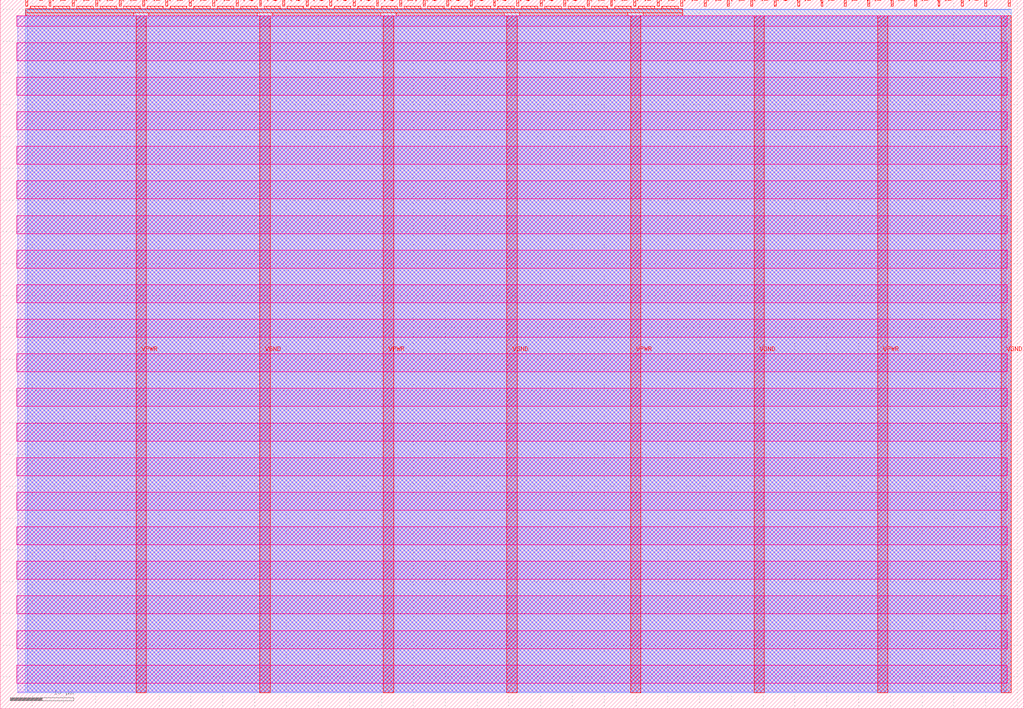
<source format=lef>
VERSION 5.7 ;
  NOWIREEXTENSIONATPIN ON ;
  DIVIDERCHAR "/" ;
  BUSBITCHARS "[]" ;
MACRO tt_um_bomba1
  CLASS BLOCK ;
  FOREIGN tt_um_bomba1 ;
  ORIGIN 0.000 0.000 ;
  SIZE 161.000 BY 111.520 ;
  PIN VGND
    DIRECTION INOUT ;
    USE GROUND ;
    PORT
      LAYER met4 ;
        RECT 40.830 2.480 42.430 109.040 ;
    END
    PORT
      LAYER met4 ;
        RECT 79.700 2.480 81.300 109.040 ;
    END
    PORT
      LAYER met4 ;
        RECT 118.570 2.480 120.170 109.040 ;
    END
    PORT
      LAYER met4 ;
        RECT 157.440 2.480 159.040 109.040 ;
    END
  END VGND
  PIN VPWR
    DIRECTION INOUT ;
    USE POWER ;
    PORT
      LAYER met4 ;
        RECT 21.395 2.480 22.995 109.040 ;
    END
    PORT
      LAYER met4 ;
        RECT 60.265 2.480 61.865 109.040 ;
    END
    PORT
      LAYER met4 ;
        RECT 99.135 2.480 100.735 109.040 ;
    END
    PORT
      LAYER met4 ;
        RECT 138.005 2.480 139.605 109.040 ;
    END
  END VPWR
  PIN clk
    DIRECTION INPUT ;
    USE SIGNAL ;
    PORT
      LAYER met4 ;
        RECT 154.870 110.520 155.170 111.520 ;
    END
  END clk
  PIN ena
    DIRECTION INPUT ;
    USE SIGNAL ;
    PORT
      LAYER met4 ;
        RECT 158.550 110.520 158.850 111.520 ;
    END
  END ena
  PIN rst_n
    DIRECTION INPUT ;
    USE SIGNAL ;
    PORT
      LAYER met4 ;
        RECT 151.190 110.520 151.490 111.520 ;
    END
  END rst_n
  PIN ui_in[0]
    DIRECTION INPUT ;
    USE SIGNAL ;
    PORT
      LAYER met4 ;
        RECT 147.510 110.520 147.810 111.520 ;
    END
  END ui_in[0]
  PIN ui_in[1]
    DIRECTION INPUT ;
    USE SIGNAL ;
    PORT
      LAYER met4 ;
        RECT 143.830 110.520 144.130 111.520 ;
    END
  END ui_in[1]
  PIN ui_in[2]
    DIRECTION INPUT ;
    USE SIGNAL ;
    PORT
      LAYER met4 ;
        RECT 140.150 110.520 140.450 111.520 ;
    END
  END ui_in[2]
  PIN ui_in[3]
    DIRECTION INPUT ;
    USE SIGNAL ;
    PORT
      LAYER met4 ;
        RECT 136.470 110.520 136.770 111.520 ;
    END
  END ui_in[3]
  PIN ui_in[4]
    DIRECTION INPUT ;
    USE SIGNAL ;
    PORT
      LAYER met4 ;
        RECT 132.790 110.520 133.090 111.520 ;
    END
  END ui_in[4]
  PIN ui_in[5]
    DIRECTION INPUT ;
    USE SIGNAL ;
    PORT
      LAYER met4 ;
        RECT 129.110 110.520 129.410 111.520 ;
    END
  END ui_in[5]
  PIN ui_in[6]
    DIRECTION INPUT ;
    USE SIGNAL ;
    PORT
      LAYER met4 ;
        RECT 125.430 110.520 125.730 111.520 ;
    END
  END ui_in[6]
  PIN ui_in[7]
    DIRECTION INPUT ;
    USE SIGNAL ;
    PORT
      LAYER met4 ;
        RECT 121.750 110.520 122.050 111.520 ;
    END
  END ui_in[7]
  PIN uio_in[0]
    DIRECTION INPUT ;
    USE SIGNAL ;
    PORT
      LAYER met4 ;
        RECT 118.070 110.520 118.370 111.520 ;
    END
  END uio_in[0]
  PIN uio_in[1]
    DIRECTION INPUT ;
    USE SIGNAL ;
    PORT
      LAYER met4 ;
        RECT 114.390 110.520 114.690 111.520 ;
    END
  END uio_in[1]
  PIN uio_in[2]
    DIRECTION INPUT ;
    USE SIGNAL ;
    PORT
      LAYER met4 ;
        RECT 110.710 110.520 111.010 111.520 ;
    END
  END uio_in[2]
  PIN uio_in[3]
    DIRECTION INPUT ;
    USE SIGNAL ;
    ANTENNAGATEAREA 0.196500 ;
    PORT
      LAYER met4 ;
        RECT 107.030 110.520 107.330 111.520 ;
    END
  END uio_in[3]
  PIN uio_in[4]
    DIRECTION INPUT ;
    USE SIGNAL ;
    ANTENNAGATEAREA 0.196500 ;
    PORT
      LAYER met4 ;
        RECT 103.350 110.520 103.650 111.520 ;
    END
  END uio_in[4]
  PIN uio_in[5]
    DIRECTION INPUT ;
    USE SIGNAL ;
    ANTENNAGATEAREA 0.196500 ;
    PORT
      LAYER met4 ;
        RECT 99.670 110.520 99.970 111.520 ;
    END
  END uio_in[5]
  PIN uio_in[6]
    DIRECTION INPUT ;
    USE SIGNAL ;
    ANTENNAGATEAREA 0.196500 ;
    PORT
      LAYER met4 ;
        RECT 95.990 110.520 96.290 111.520 ;
    END
  END uio_in[6]
  PIN uio_in[7]
    DIRECTION INPUT ;
    USE SIGNAL ;
    ANTENNAGATEAREA 0.196500 ;
    PORT
      LAYER met4 ;
        RECT 92.310 110.520 92.610 111.520 ;
    END
  END uio_in[7]
  PIN uio_oe[0]
    DIRECTION OUTPUT TRISTATE ;
    USE SIGNAL ;
    PORT
      LAYER met4 ;
        RECT 29.750 110.520 30.050 111.520 ;
    END
  END uio_oe[0]
  PIN uio_oe[1]
    DIRECTION OUTPUT TRISTATE ;
    USE SIGNAL ;
    PORT
      LAYER met4 ;
        RECT 26.070 110.520 26.370 111.520 ;
    END
  END uio_oe[1]
  PIN uio_oe[2]
    DIRECTION OUTPUT TRISTATE ;
    USE SIGNAL ;
    PORT
      LAYER met4 ;
        RECT 22.390 110.520 22.690 111.520 ;
    END
  END uio_oe[2]
  PIN uio_oe[3]
    DIRECTION OUTPUT TRISTATE ;
    USE SIGNAL ;
    PORT
      LAYER met4 ;
        RECT 18.710 110.520 19.010 111.520 ;
    END
  END uio_oe[3]
  PIN uio_oe[4]
    DIRECTION OUTPUT TRISTATE ;
    USE SIGNAL ;
    PORT
      LAYER met4 ;
        RECT 15.030 110.520 15.330 111.520 ;
    END
  END uio_oe[4]
  PIN uio_oe[5]
    DIRECTION OUTPUT TRISTATE ;
    USE SIGNAL ;
    PORT
      LAYER met4 ;
        RECT 11.350 110.520 11.650 111.520 ;
    END
  END uio_oe[5]
  PIN uio_oe[6]
    DIRECTION OUTPUT TRISTATE ;
    USE SIGNAL ;
    PORT
      LAYER met4 ;
        RECT 7.670 110.520 7.970 111.520 ;
    END
  END uio_oe[6]
  PIN uio_oe[7]
    DIRECTION OUTPUT TRISTATE ;
    USE SIGNAL ;
    PORT
      LAYER met4 ;
        RECT 3.990 110.520 4.290 111.520 ;
    END
  END uio_oe[7]
  PIN uio_out[0]
    DIRECTION OUTPUT TRISTATE ;
    USE SIGNAL ;
    ANTENNADIFFAREA 0.445500 ;
    PORT
      LAYER met4 ;
        RECT 59.190 110.520 59.490 111.520 ;
    END
  END uio_out[0]
  PIN uio_out[1]
    DIRECTION OUTPUT TRISTATE ;
    USE SIGNAL ;
    ANTENNADIFFAREA 0.445500 ;
    PORT
      LAYER met4 ;
        RECT 55.510 110.520 55.810 111.520 ;
    END
  END uio_out[1]
  PIN uio_out[2]
    DIRECTION OUTPUT TRISTATE ;
    USE SIGNAL ;
    PORT
      LAYER met4 ;
        RECT 51.830 110.520 52.130 111.520 ;
    END
  END uio_out[2]
  PIN uio_out[3]
    DIRECTION OUTPUT TRISTATE ;
    USE SIGNAL ;
    PORT
      LAYER met4 ;
        RECT 48.150 110.520 48.450 111.520 ;
    END
  END uio_out[3]
  PIN uio_out[4]
    DIRECTION OUTPUT TRISTATE ;
    USE SIGNAL ;
    PORT
      LAYER met4 ;
        RECT 44.470 110.520 44.770 111.520 ;
    END
  END uio_out[4]
  PIN uio_out[5]
    DIRECTION OUTPUT TRISTATE ;
    USE SIGNAL ;
    PORT
      LAYER met4 ;
        RECT 40.790 110.520 41.090 111.520 ;
    END
  END uio_out[5]
  PIN uio_out[6]
    DIRECTION OUTPUT TRISTATE ;
    USE SIGNAL ;
    PORT
      LAYER met4 ;
        RECT 37.110 110.520 37.410 111.520 ;
    END
  END uio_out[6]
  PIN uio_out[7]
    DIRECTION OUTPUT TRISTATE ;
    USE SIGNAL ;
    PORT
      LAYER met4 ;
        RECT 33.430 110.520 33.730 111.520 ;
    END
  END uio_out[7]
  PIN uo_out[0]
    DIRECTION OUTPUT TRISTATE ;
    USE SIGNAL ;
    PORT
      LAYER met4 ;
        RECT 88.630 110.520 88.930 111.520 ;
    END
  END uo_out[0]
  PIN uo_out[1]
    DIRECTION OUTPUT TRISTATE ;
    USE SIGNAL ;
    PORT
      LAYER met4 ;
        RECT 84.950 110.520 85.250 111.520 ;
    END
  END uo_out[1]
  PIN uo_out[2]
    DIRECTION OUTPUT TRISTATE ;
    USE SIGNAL ;
    PORT
      LAYER met4 ;
        RECT 81.270 110.520 81.570 111.520 ;
    END
  END uo_out[2]
  PIN uo_out[3]
    DIRECTION OUTPUT TRISTATE ;
    USE SIGNAL ;
    PORT
      LAYER met4 ;
        RECT 77.590 110.520 77.890 111.520 ;
    END
  END uo_out[3]
  PIN uo_out[4]
    DIRECTION OUTPUT TRISTATE ;
    USE SIGNAL ;
    PORT
      LAYER met4 ;
        RECT 73.910 110.520 74.210 111.520 ;
    END
  END uo_out[4]
  PIN uo_out[5]
    DIRECTION OUTPUT TRISTATE ;
    USE SIGNAL ;
    PORT
      LAYER met4 ;
        RECT 70.230 110.520 70.530 111.520 ;
    END
  END uo_out[5]
  PIN uo_out[6]
    DIRECTION OUTPUT TRISTATE ;
    USE SIGNAL ;
    PORT
      LAYER met4 ;
        RECT 66.550 110.520 66.850 111.520 ;
    END
  END uo_out[6]
  PIN uo_out[7]
    DIRECTION OUTPUT TRISTATE ;
    USE SIGNAL ;
    PORT
      LAYER met4 ;
        RECT 62.870 110.520 63.170 111.520 ;
    END
  END uo_out[7]
  OBS
      LAYER nwell ;
        RECT 2.570 107.385 158.430 108.990 ;
        RECT 2.570 101.945 158.430 104.775 ;
        RECT 2.570 96.505 158.430 99.335 ;
        RECT 2.570 91.065 158.430 93.895 ;
        RECT 2.570 85.625 158.430 88.455 ;
        RECT 2.570 80.185 158.430 83.015 ;
        RECT 2.570 74.745 158.430 77.575 ;
        RECT 2.570 69.305 158.430 72.135 ;
        RECT 2.570 63.865 158.430 66.695 ;
        RECT 2.570 58.425 158.430 61.255 ;
        RECT 2.570 52.985 158.430 55.815 ;
        RECT 2.570 47.545 158.430 50.375 ;
        RECT 2.570 42.105 158.430 44.935 ;
        RECT 2.570 36.665 158.430 39.495 ;
        RECT 2.570 31.225 158.430 34.055 ;
        RECT 2.570 25.785 158.430 28.615 ;
        RECT 2.570 20.345 158.430 23.175 ;
        RECT 2.570 14.905 158.430 17.735 ;
        RECT 2.570 9.465 158.430 12.295 ;
        RECT 2.570 4.025 158.430 6.855 ;
      LAYER li1 ;
        RECT 2.760 2.635 158.240 108.885 ;
      LAYER met1 ;
        RECT 2.760 2.480 159.040 109.040 ;
      LAYER met2 ;
        RECT 4.230 2.535 159.010 110.005 ;
      LAYER met3 ;
        RECT 3.950 2.555 159.030 109.985 ;
      LAYER met4 ;
        RECT 4.690 110.120 7.270 110.520 ;
        RECT 8.370 110.120 10.950 110.520 ;
        RECT 12.050 110.120 14.630 110.520 ;
        RECT 15.730 110.120 18.310 110.520 ;
        RECT 19.410 110.120 21.990 110.520 ;
        RECT 23.090 110.120 25.670 110.520 ;
        RECT 26.770 110.120 29.350 110.520 ;
        RECT 30.450 110.120 33.030 110.520 ;
        RECT 34.130 110.120 36.710 110.520 ;
        RECT 37.810 110.120 40.390 110.520 ;
        RECT 41.490 110.120 44.070 110.520 ;
        RECT 45.170 110.120 47.750 110.520 ;
        RECT 48.850 110.120 51.430 110.520 ;
        RECT 52.530 110.120 55.110 110.520 ;
        RECT 56.210 110.120 58.790 110.520 ;
        RECT 59.890 110.120 62.470 110.520 ;
        RECT 63.570 110.120 66.150 110.520 ;
        RECT 67.250 110.120 69.830 110.520 ;
        RECT 70.930 110.120 73.510 110.520 ;
        RECT 74.610 110.120 77.190 110.520 ;
        RECT 78.290 110.120 80.870 110.520 ;
        RECT 81.970 110.120 84.550 110.520 ;
        RECT 85.650 110.120 88.230 110.520 ;
        RECT 89.330 110.120 91.910 110.520 ;
        RECT 93.010 110.120 95.590 110.520 ;
        RECT 96.690 110.120 99.270 110.520 ;
        RECT 100.370 110.120 102.950 110.520 ;
        RECT 104.050 110.120 106.630 110.520 ;
        RECT 3.975 109.440 107.345 110.120 ;
        RECT 3.975 108.975 20.995 109.440 ;
        RECT 23.395 108.975 40.430 109.440 ;
        RECT 42.830 108.975 59.865 109.440 ;
        RECT 62.265 108.975 79.300 109.440 ;
        RECT 81.700 108.975 98.735 109.440 ;
        RECT 101.135 108.975 107.345 109.440 ;
  END
END tt_um_bomba1
END LIBRARY


</source>
